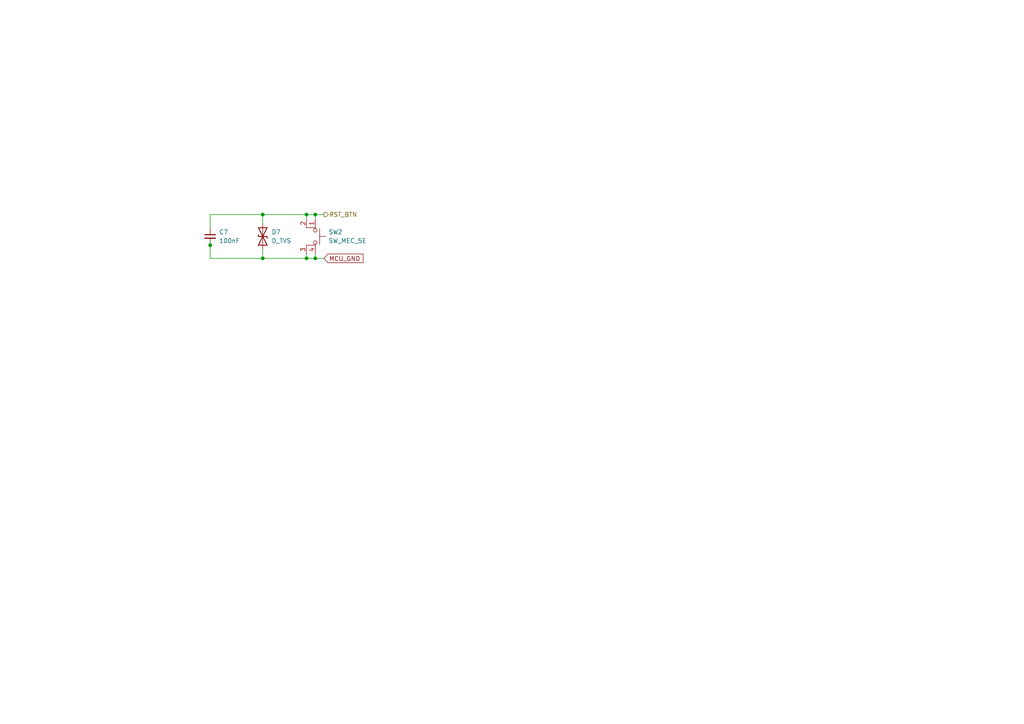
<source format=kicad_sch>
(kicad_sch
	(version 20250114)
	(generator "eeschema")
	(generator_version "9.0")
	(uuid "9b080cc2-d67a-46e8-8584-f393b6e8f980")
	(paper "A4")
	(lib_symbols
		(symbol "Device:C_Small"
			(pin_numbers
				(hide yes)
			)
			(pin_names
				(offset 0.254)
				(hide yes)
			)
			(exclude_from_sim no)
			(in_bom yes)
			(on_board yes)
			(property "Reference" "C"
				(at 0.254 1.778 0)
				(effects
					(font
						(size 1.27 1.27)
					)
					(justify left)
				)
			)
			(property "Value" "C_Small"
				(at 0.254 -2.032 0)
				(effects
					(font
						(size 1.27 1.27)
					)
					(justify left)
				)
			)
			(property "Footprint" ""
				(at 0 0 0)
				(effects
					(font
						(size 1.27 1.27)
					)
					(hide yes)
				)
			)
			(property "Datasheet" "~"
				(at 0 0 0)
				(effects
					(font
						(size 1.27 1.27)
					)
					(hide yes)
				)
			)
			(property "Description" "Unpolarized capacitor, small symbol"
				(at 0 0 0)
				(effects
					(font
						(size 1.27 1.27)
					)
					(hide yes)
				)
			)
			(property "ki_keywords" "capacitor cap"
				(at 0 0 0)
				(effects
					(font
						(size 1.27 1.27)
					)
					(hide yes)
				)
			)
			(property "ki_fp_filters" "C_*"
				(at 0 0 0)
				(effects
					(font
						(size 1.27 1.27)
					)
					(hide yes)
				)
			)
			(symbol "C_Small_0_1"
				(polyline
					(pts
						(xy -1.524 0.508) (xy 1.524 0.508)
					)
					(stroke
						(width 0.3048)
						(type default)
					)
					(fill
						(type none)
					)
				)
				(polyline
					(pts
						(xy -1.524 -0.508) (xy 1.524 -0.508)
					)
					(stroke
						(width 0.3302)
						(type default)
					)
					(fill
						(type none)
					)
				)
			)
			(symbol "C_Small_1_1"
				(pin passive line
					(at 0 2.54 270)
					(length 2.032)
					(name "~"
						(effects
							(font
								(size 1.27 1.27)
							)
						)
					)
					(number "1"
						(effects
							(font
								(size 1.27 1.27)
							)
						)
					)
				)
				(pin passive line
					(at 0 -2.54 90)
					(length 2.032)
					(name "~"
						(effects
							(font
								(size 1.27 1.27)
							)
						)
					)
					(number "2"
						(effects
							(font
								(size 1.27 1.27)
							)
						)
					)
				)
			)
			(embedded_fonts no)
		)
		(symbol "Device:D_TVS"
			(pin_numbers
				(hide yes)
			)
			(pin_names
				(offset 1.016)
				(hide yes)
			)
			(exclude_from_sim no)
			(in_bom yes)
			(on_board yes)
			(property "Reference" "D"
				(at 0 2.54 0)
				(effects
					(font
						(size 1.27 1.27)
					)
				)
			)
			(property "Value" "D_TVS"
				(at 0 -2.54 0)
				(effects
					(font
						(size 1.27 1.27)
					)
				)
			)
			(property "Footprint" ""
				(at 0 0 0)
				(effects
					(font
						(size 1.27 1.27)
					)
					(hide yes)
				)
			)
			(property "Datasheet" "~"
				(at 0 0 0)
				(effects
					(font
						(size 1.27 1.27)
					)
					(hide yes)
				)
			)
			(property "Description" "Bidirectional transient-voltage-suppression diode"
				(at 0 0 0)
				(effects
					(font
						(size 1.27 1.27)
					)
					(hide yes)
				)
			)
			(property "ki_keywords" "diode TVS thyrector"
				(at 0 0 0)
				(effects
					(font
						(size 1.27 1.27)
					)
					(hide yes)
				)
			)
			(property "ki_fp_filters" "TO-???* *_Diode_* *SingleDiode* D_*"
				(at 0 0 0)
				(effects
					(font
						(size 1.27 1.27)
					)
					(hide yes)
				)
			)
			(symbol "D_TVS_0_1"
				(polyline
					(pts
						(xy -2.54 1.27) (xy -2.54 -1.27) (xy 2.54 1.27) (xy 2.54 -1.27) (xy -2.54 1.27)
					)
					(stroke
						(width 0.254)
						(type default)
					)
					(fill
						(type none)
					)
				)
				(polyline
					(pts
						(xy 0.508 1.27) (xy 0 1.27) (xy 0 -1.27) (xy -0.508 -1.27)
					)
					(stroke
						(width 0.254)
						(type default)
					)
					(fill
						(type none)
					)
				)
				(polyline
					(pts
						(xy 1.27 0) (xy -1.27 0)
					)
					(stroke
						(width 0)
						(type default)
					)
					(fill
						(type none)
					)
				)
			)
			(symbol "D_TVS_1_1"
				(pin passive line
					(at -3.81 0 0)
					(length 2.54)
					(name "A1"
						(effects
							(font
								(size 1.27 1.27)
							)
						)
					)
					(number "1"
						(effects
							(font
								(size 1.27 1.27)
							)
						)
					)
				)
				(pin passive line
					(at 3.81 0 180)
					(length 2.54)
					(name "A2"
						(effects
							(font
								(size 1.27 1.27)
							)
						)
					)
					(number "2"
						(effects
							(font
								(size 1.27 1.27)
							)
						)
					)
				)
			)
			(embedded_fonts no)
		)
		(symbol "Switch:SW_MEC_5E"
			(pin_names
				(offset 1.016)
				(hide yes)
			)
			(exclude_from_sim no)
			(in_bom yes)
			(on_board yes)
			(property "Reference" "SW"
				(at 0.635 5.715 0)
				(effects
					(font
						(size 1.27 1.27)
					)
					(justify left)
				)
			)
			(property "Value" "SW_MEC_5E"
				(at 0 -3.175 0)
				(effects
					(font
						(size 1.27 1.27)
					)
				)
			)
			(property "Footprint" ""
				(at 0 7.62 0)
				(effects
					(font
						(size 1.27 1.27)
					)
					(hide yes)
				)
			)
			(property "Datasheet" "http://www.apem.com/int/index.php?controller=attachment&id_attachment=1371"
				(at 0 7.62 0)
				(effects
					(font
						(size 1.27 1.27)
					)
					(hide yes)
				)
			)
			(property "Description" "MEC 5E single pole normally-open tactile switch"
				(at 0 0 0)
				(effects
					(font
						(size 1.27 1.27)
					)
					(hide yes)
				)
			)
			(property "ki_keywords" "switch normally-open pushbutton push-button"
				(at 0 0 0)
				(effects
					(font
						(size 1.27 1.27)
					)
					(hide yes)
				)
			)
			(property "ki_fp_filters" "SW*MEC*5G*"
				(at 0 0 0)
				(effects
					(font
						(size 1.27 1.27)
					)
					(hide yes)
				)
			)
			(symbol "SW_MEC_5E_0_1"
				(polyline
					(pts
						(xy -2.54 0) (xy -2.54 2.54) (xy -2.286 2.54)
					)
					(stroke
						(width 0)
						(type default)
					)
					(fill
						(type none)
					)
				)
				(polyline
					(pts
						(xy -2.286 3.81) (xy 2.286 3.81)
					)
					(stroke
						(width 0)
						(type default)
					)
					(fill
						(type none)
					)
				)
				(circle
					(center -1.778 2.54)
					(radius 0.508)
					(stroke
						(width 0)
						(type default)
					)
					(fill
						(type none)
					)
				)
				(polyline
					(pts
						(xy 0 3.81) (xy 0 5.588)
					)
					(stroke
						(width 0)
						(type default)
					)
					(fill
						(type none)
					)
				)
				(circle
					(center 1.778 2.54)
					(radius 0.508)
					(stroke
						(width 0)
						(type default)
					)
					(fill
						(type none)
					)
				)
				(polyline
					(pts
						(xy 2.54 0) (xy 2.54 2.54) (xy 2.286 2.54)
					)
					(stroke
						(width 0)
						(type default)
					)
					(fill
						(type none)
					)
				)
				(pin passive line
					(at -5.08 2.54 0)
					(length 2.54)
					(name "1"
						(effects
							(font
								(size 1.27 1.27)
							)
						)
					)
					(number "1"
						(effects
							(font
								(size 1.27 1.27)
							)
						)
					)
				)
				(pin passive line
					(at -5.08 0 0)
					(length 2.54)
					(name "2"
						(effects
							(font
								(size 1.27 1.27)
							)
						)
					)
					(number "2"
						(effects
							(font
								(size 1.27 1.27)
							)
						)
					)
				)
				(pin passive line
					(at 5.08 2.54 180)
					(length 2.54)
					(name "A"
						(effects
							(font
								(size 1.27 1.27)
							)
						)
					)
					(number "4"
						(effects
							(font
								(size 1.27 1.27)
							)
						)
					)
				)
				(pin passive line
					(at 5.08 0 180)
					(length 2.54)
					(name "K"
						(effects
							(font
								(size 1.27 1.27)
							)
						)
					)
					(number "3"
						(effects
							(font
								(size 1.27 1.27)
							)
						)
					)
				)
			)
			(embedded_fonts no)
		)
	)
	(junction
		(at 76.2 62.23)
		(diameter 0)
		(color 0 0 0 0)
		(uuid "10852c63-6e2e-4ab9-a71a-6fd28cb361c2")
	)
	(junction
		(at 88.9 74.93)
		(diameter 0)
		(color 0 0 0 0)
		(uuid "50edeb0f-b8e5-4385-b783-af40e4050390")
	)
	(junction
		(at 91.44 74.93)
		(diameter 0)
		(color 0 0 0 0)
		(uuid "838742ac-6d8f-40e0-a5ae-ab430a950e99")
	)
	(junction
		(at 88.9 62.23)
		(diameter 0)
		(color 0 0 0 0)
		(uuid "a211d23d-1d17-4b5a-b04b-4a93e5de677c")
	)
	(junction
		(at 60.96 71.12)
		(diameter 0)
		(color 0 0 0 0)
		(uuid "a600cae4-d70b-469b-a2ff-fcdef15a1047")
	)
	(junction
		(at 76.2 74.93)
		(diameter 0)
		(color 0 0 0 0)
		(uuid "d0bea967-0ec6-47c4-b0df-ba449a4c1add")
	)
	(junction
		(at 91.44 62.23)
		(diameter 0)
		(color 0 0 0 0)
		(uuid "fa01fc2e-b47c-4a75-a730-6d9409e675ae")
	)
	(wire
		(pts
			(xy 88.9 62.23) (xy 88.9 63.5)
		)
		(stroke
			(width 0)
			(type default)
		)
		(uuid "23095e0b-291c-4b86-8439-d9b98b23cbb2")
	)
	(wire
		(pts
			(xy 76.2 74.93) (xy 88.9 74.93)
		)
		(stroke
			(width 0)
			(type default)
		)
		(uuid "2915ccc4-7bf2-4ba0-ade3-d1fbc4fa472d")
	)
	(wire
		(pts
			(xy 88.9 62.23) (xy 91.44 62.23)
		)
		(stroke
			(width 0)
			(type default)
		)
		(uuid "2ce6b003-4f85-469b-ab26-9a2664f01c26")
	)
	(wire
		(pts
			(xy 88.9 74.93) (xy 91.44 74.93)
		)
		(stroke
			(width 0)
			(type default)
		)
		(uuid "562865b1-170e-4503-b602-ecd602a1261b")
	)
	(wire
		(pts
			(xy 76.2 72.39) (xy 76.2 74.93)
		)
		(stroke
			(width 0)
			(type default)
		)
		(uuid "607ee879-c796-49a8-bee9-058e5ff3bd17")
	)
	(wire
		(pts
			(xy 76.2 62.23) (xy 88.9 62.23)
		)
		(stroke
			(width 0)
			(type default)
		)
		(uuid "6359b30e-f479-41df-9d3f-dba04877cf05")
	)
	(wire
		(pts
			(xy 60.96 62.23) (xy 76.2 62.23)
		)
		(stroke
			(width 0)
			(type default)
		)
		(uuid "76fb4d35-a7a5-416f-80c1-1012eb30acba")
	)
	(wire
		(pts
			(xy 91.44 62.23) (xy 91.44 63.5)
		)
		(stroke
			(width 0)
			(type default)
		)
		(uuid "80bc9eef-8c12-41e1-8300-78b6078261ee")
	)
	(wire
		(pts
			(xy 91.44 74.93) (xy 93.98 74.93)
		)
		(stroke
			(width 0)
			(type default)
		)
		(uuid "8485d4ef-88ff-4214-ac28-c30c7cb23849")
	)
	(wire
		(pts
			(xy 76.2 62.23) (xy 76.2 64.77)
		)
		(stroke
			(width 0)
			(type default)
		)
		(uuid "90967b09-aeae-4f1f-a5fd-5873aa389c00")
	)
	(wire
		(pts
			(xy 60.96 69.85) (xy 60.96 71.12)
		)
		(stroke
			(width 0)
			(type default)
		)
		(uuid "9790ba1c-d7f9-4efb-95e1-639617ee5d02")
	)
	(wire
		(pts
			(xy 91.44 73.66) (xy 91.44 74.93)
		)
		(stroke
			(width 0)
			(type default)
		)
		(uuid "a47b6130-9cbf-490e-acb2-98b771391cc7")
	)
	(wire
		(pts
			(xy 60.96 71.12) (xy 60.96 74.93)
		)
		(stroke
			(width 0)
			(type default)
		)
		(uuid "aa703b9d-dcf7-4e4d-b221-668d216180c6")
	)
	(wire
		(pts
			(xy 60.96 74.93) (xy 76.2 74.93)
		)
		(stroke
			(width 0)
			(type default)
		)
		(uuid "b8fdf71b-abfe-43e9-96ac-33dddc635aa3")
	)
	(wire
		(pts
			(xy 88.9 73.66) (xy 88.9 74.93)
		)
		(stroke
			(width 0)
			(type default)
		)
		(uuid "bf16c531-df16-46fc-9a12-1a6e2bfd464b")
	)
	(wire
		(pts
			(xy 91.44 62.23) (xy 93.98 62.23)
		)
		(stroke
			(width 0)
			(type default)
		)
		(uuid "c3274141-4551-4133-b436-58df1fc076fc")
	)
	(wire
		(pts
			(xy 60.96 66.04) (xy 60.96 62.23)
		)
		(stroke
			(width 0)
			(type default)
		)
		(uuid "da05e3f1-aec6-440a-8dce-5b18ae56a04f")
	)
	(global_label "MCU_GND"
		(shape input)
		(at 93.98 74.93 0)
		(fields_autoplaced yes)
		(effects
			(font
				(size 1.27 1.27)
			)
			(justify left)
		)
		(uuid "40183218-a5cc-4509-b394-3f967fcb3ef7")
		(property "Intersheetrefs" "${INTERSHEET_REFS}"
			(at 105.8552 74.93 0)
			(effects
				(font
					(size 1.27 1.27)
				)
				(justify left)
				(hide yes)
			)
		)
	)
	(hierarchical_label "RST_BTN"
		(shape output)
		(at 93.98 62.23 0)
		(effects
			(font
				(size 1.27 1.27)
			)
			(justify left)
		)
		(uuid "1eecca64-c3b6-4ab3-9653-86ba54cd1600")
	)
	(symbol
		(lib_id "Switch:SW_MEC_5E")
		(at 88.9 68.58 270)
		(unit 1)
		(exclude_from_sim no)
		(in_bom yes)
		(on_board yes)
		(dnp no)
		(fields_autoplaced yes)
		(uuid "8f51afd8-981f-403e-9cae-c9d0981937cf")
		(property "Reference" "SW2"
			(at 95.25 67.3099 90)
			(effects
				(font
					(size 1.27 1.27)
				)
				(justify left)
			)
		)
		(property "Value" "SW_MEC_5E"
			(at 95.25 69.8499 90)
			(effects
				(font
					(size 1.27 1.27)
				)
				(justify left)
			)
		)
		(property "Footprint" ""
			(at 96.52 68.58 0)
			(effects
				(font
					(size 1.27 1.27)
				)
				(hide yes)
			)
		)
		(property "Datasheet" "http://www.apem.com/int/index.php?controller=attachment&id_attachment=1371"
			(at 96.52 68.58 0)
			(effects
				(font
					(size 1.27 1.27)
				)
				(hide yes)
			)
		)
		(property "Description" "MEC 5E single pole normally-open tactile switch"
			(at 88.9 68.58 0)
			(effects
				(font
					(size 1.27 1.27)
				)
				(hide yes)
			)
		)
		(pin "3"
			(uuid "b6fd35a3-0d59-4d48-a3b5-2fa1eb89d430")
		)
		(pin "2"
			(uuid "6f21023c-43c0-4724-b006-37ea3f03d644")
		)
		(pin "1"
			(uuid "0be723d0-a63c-43b6-a7b3-a20bdb76adde")
		)
		(pin "4"
			(uuid "19165473-ef20-47a7-86b9-c9f12a8dc189")
		)
		(instances
			(project "Switch_Board"
				(path "/27fcebe4-2fb8-4847-92ca-f98a7b250261/962d6020-4f79-4bc4-80e3-407de16a65a0"
					(reference "SW2")
					(unit 1)
				)
			)
		)
	)
	(symbol
		(lib_id "Device:D_TVS")
		(at 76.2 68.58 90)
		(unit 1)
		(exclude_from_sim no)
		(in_bom yes)
		(on_board yes)
		(dnp no)
		(fields_autoplaced yes)
		(uuid "bd769d91-08d4-40ea-8d64-cb8895a3215d")
		(property "Reference" "D7"
			(at 78.74 67.3099 90)
			(effects
				(font
					(size 1.27 1.27)
				)
				(justify right)
			)
		)
		(property "Value" "D_TVS"
			(at 78.74 69.8499 90)
			(effects
				(font
					(size 1.27 1.27)
				)
				(justify right)
			)
		)
		(property "Footprint" ""
			(at 76.2 68.58 0)
			(effects
				(font
					(size 1.27 1.27)
				)
				(hide yes)
			)
		)
		(property "Datasheet" "~"
			(at 76.2 68.58 0)
			(effects
				(font
					(size 1.27 1.27)
				)
				(hide yes)
			)
		)
		(property "Description" "Bidirectional transient-voltage-suppression diode"
			(at 76.2 68.58 0)
			(effects
				(font
					(size 1.27 1.27)
				)
				(hide yes)
			)
		)
		(pin "1"
			(uuid "5c93e202-7dcd-40de-aeb5-e79391852280")
		)
		(pin "2"
			(uuid "9c9b9ce5-2c73-434b-85f3-2cce3c745b89")
		)
		(instances
			(project "Switch_Board"
				(path "/27fcebe4-2fb8-4847-92ca-f98a7b250261/962d6020-4f79-4bc4-80e3-407de16a65a0"
					(reference "D7")
					(unit 1)
				)
			)
		)
	)
	(symbol
		(lib_id "Device:C_Small")
		(at 60.96 68.58 0)
		(unit 1)
		(exclude_from_sim no)
		(in_bom yes)
		(on_board yes)
		(dnp no)
		(fields_autoplaced yes)
		(uuid "f8d0f79f-2033-4466-9771-2a92b1518401")
		(property "Reference" "C7"
			(at 63.5 67.3162 0)
			(effects
				(font
					(size 1.27 1.27)
				)
				(justify left)
			)
		)
		(property "Value" "100nF"
			(at 63.5 69.8562 0)
			(effects
				(font
					(size 1.27 1.27)
				)
				(justify left)
			)
		)
		(property "Footprint" ""
			(at 60.96 68.58 0)
			(effects
				(font
					(size 1.27 1.27)
				)
				(hide yes)
			)
		)
		(property "Datasheet" "~"
			(at 60.96 68.58 0)
			(effects
				(font
					(size 1.27 1.27)
				)
				(hide yes)
			)
		)
		(property "Description" "Unpolarized capacitor, small symbol"
			(at 60.96 68.58 0)
			(effects
				(font
					(size 1.27 1.27)
				)
				(hide yes)
			)
		)
		(pin "1"
			(uuid "1ae4c30c-bf94-46a1-8a87-1838d71bc77d")
		)
		(pin "2"
			(uuid "a6c89828-3307-4eac-ab7e-e88878b1e408")
		)
		(instances
			(project "Switch_Board"
				(path "/27fcebe4-2fb8-4847-92ca-f98a7b250261/962d6020-4f79-4bc4-80e3-407de16a65a0"
					(reference "C7")
					(unit 1)
				)
			)
		)
	)
)

</source>
